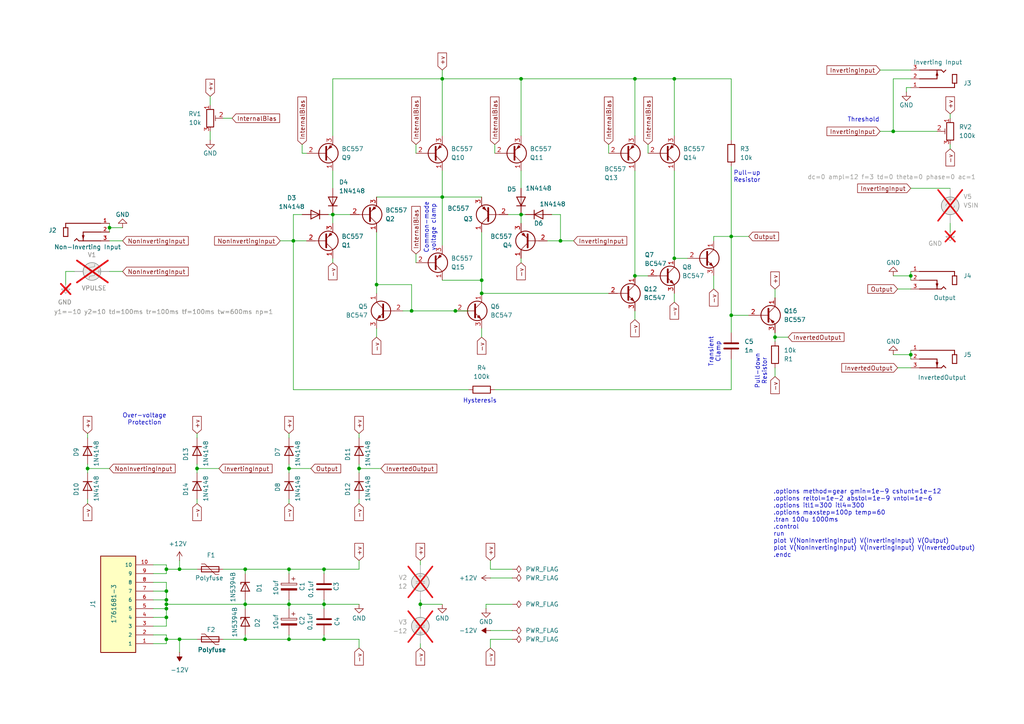
<source format=kicad_sch>
(kicad_sch (version 20250114) (generator "eeschema") (generator_version "9.0")
  (paper "A4")
  (title_block (title "Discrete Comparator") (date "2026-02-25") (rev "0.1"))
  (text "Transient\nClamp" (at 207.264 102.108 90) (effects (font (size 1.27 1.27))))
  (text "Over-voltage\nProtection" (at 41.91 121.666 0) (effects (font (size 1.27 1.27))))
  (text ".options method=gear gmin=1e-9 cshunt=1e-12 \n.options reltol=1e-2 abstol=1e-9 vntol=1e-6 \n.options itl1=300 itl4=300 \n.options maxstep=100p temp=60\n.tran 100u 1000ms\n.control\nrun\nplot V(NonInvertingInput) V(InvertingInput) V(Output) \nplot V(NonInvertingInput) V(InvertingInput) V(InvertedOutput) \n.endc" (at 224.282 151.892 0) (effects (font (size 1.27 1.27)) (justify left)))
  (text "Hysteresis" (at 139.192 116.332 0) (effects (font (size 1.27 1.27))))
  (text "Common-mode\nvoltage clamp" (at 124.714 66.04 90) (effects (font (size 1.27 1.27))))
  (text "Threshold" (at 250.444 34.798 0) (effects (font (size 1.27 1.27))))
  (text "Pull-up\nResistor" (at 216.662 51.308 0) (effects (font (size 1.27 1.27))))
  (text "Pull-down\nResistor" (at 220.726 107.696 90) (effects (font (size 1.27 1.27))))
  (junction (at 71.12 185.42))
  (junction (at 48.26 185.42))
  (junction (at 139.7 85.09))
  (junction (at 48.26 173.99))
  (junction (at 109.22 82.55))
  (junction (at 212.09 68.58))
  (junction (at 31.75 66.04))
  (junction (at 83.82 185.42))
  (junction (at 93.98 185.42))
  (junction (at 48.26 165.1))
  (junction (at 25.4 135.89))
  (junction (at 224.79 97.79))
  (junction (at 259.08 38.1))
  (junction (at 184.15 22.86))
  (junction (at 83.82 175.26))
  (junction (at 121.92 175.26))
  (junction (at 52.07 185.42))
  (junction (at 264.16 102.87))
  (junction (at 162.56 69.85))
  (junction (at 48.26 171.45))
  (junction (at 104.14 135.89))
  (junction (at 96.52 62.23))
  (junction (at 212.09 91.44))
  (junction (at 83.82 135.89))
  (junction (at 93.98 165.1))
  (junction (at 71.12 175.26))
  (junction (at 83.82 165.1))
  (junction (at 195.58 74.93))
  (junction (at 264.16 80.01))
  (junction (at 93.98 175.26))
  (junction (at 52.07 165.1))
  (junction (at 128.27 22.86))
  (junction (at 48.26 176.53))
  (junction (at 48.26 175.26))
  (junction (at 85.09 69.85))
  (junction (at 128.27 57.15))
  (junction (at 184.15 80.01))
  (junction (at 57.15 135.89))
  (junction (at 151.13 62.23))
  (junction (at 195.58 22.86))
  (junction (at 71.12 165.1))
  (junction (at 151.13 22.86))
  (junction (at 139.7 81.28))
  (junction (at 119.38 90.17))
  (junction (at 48.26 179.07))
  (junction (at 132.08 90.17))
  (wire (pts (xy 162.56 62.23) (xy 162.56 69.85)))
  (wire (pts (xy 139.7 85.09) (xy 176.53 85.09)))
  (wire (pts (xy 104.14 125.73) (xy 104.14 127)))
  (wire (pts (xy 25.4 144.78) (xy 25.4 146.05)))
  (wire (pts (xy 104.14 185.42) (xy 104.14 187.96)))
  (wire (pts (xy 151.13 22.86) (xy 184.15 22.86)))
  (wire (pts (xy 262.89 25.4) (xy 264.16 25.4)))
  (wire (pts (xy 85.09 62.23) (xy 87.63 62.23)))
  (wire (pts (xy 158.75 69.85) (xy 162.56 69.85)))
  (wire (pts (xy 151.13 62.23) (xy 152.4 62.23)))
  (wire (pts (xy 93.98 175.26) (xy 104.14 175.26)))
  (wire (pts (xy 264.16 54.61) (xy 275.59 54.61)))
  (wire (pts (xy 57.15 125.73) (xy 57.15 127)))
  (wire (pts (xy 57.15 135.89) (xy 57.15 137.16)))
  (wire (pts (xy 48.26 168.91) (xy 48.26 171.45)))
  (wire (pts (xy 142.24 185.42) (xy 142.24 187.96)))
  (wire (pts (xy 48.26 165.1) (xy 48.26 166.37)))
  (wire (pts (xy 109.22 67.31) (xy 109.22 82.55)))
  (wire (pts (xy 109.22 57.15) (xy 128.27 57.15)))
  (wire (pts (xy 83.82 173.99) (xy 83.82 175.26)))
  (wire (pts (xy 212.09 48.26) (xy 212.09 68.58)))
  (wire (pts (xy 184.15 49.53) (xy 184.15 80.01)))
  (wire (pts (xy 187.96 41.91) (xy 187.96 44.45)))
  (wire (pts (xy 104.14 144.78) (xy 104.14 146.05)))
  (wire (pts (xy 83.82 175.26) (xy 93.98 175.26)))
  (wire (pts (xy 85.09 62.23) (xy 85.09 69.85)))
  (wire (pts (xy 128.27 175.26) (xy 121.92 175.26)))
  (wire (pts (xy 151.13 74.93) (xy 151.13 76.2)))
  (wire (pts (xy 83.82 144.78) (xy 83.82 146.05)))
  (wire (pts (xy 83.82 185.42) (xy 93.98 185.42)))
  (wire (pts (xy 48.26 175.26) (xy 48.26 176.53)))
  (wire (pts (xy 147.32 62.23) (xy 151.13 62.23)))
  (wire (pts (xy 57.15 135.89) (xy 63.5 135.89)))
  (wire (pts (xy 93.98 184.15) (xy 93.98 185.42)))
  (wire (pts (xy 207.01 68.58) (xy 212.09 68.58)))
  (wire (pts (xy 57.15 185.42) (xy 52.07 185.42)))
  (wire (pts (xy 44.45 168.91) (xy 48.26 168.91)))
  (wire (pts (xy 87.63 41.91) (xy 87.63 44.45)))
  (wire (pts (xy 212.09 68.58) (xy 212.09 91.44)))
  (wire (pts (xy 128.27 20.32) (xy 128.27 22.86)))
  (wire (pts (xy 71.12 185.42) (xy 64.77 185.42)))
  (wire (pts (xy 44.45 163.83) (xy 48.26 163.83)))
  (wire (pts (xy 140.97 175.26) (xy 148.59 175.26)))
  (wire (pts (xy 260.35 83.82) (xy 264.16 83.82)))
  (wire (pts (xy 275.59 64.77) (xy 275.59 67.31)))
  (wire (pts (xy 96.52 74.93) (xy 96.52 76.2)))
  (wire (pts (xy 151.13 22.86) (xy 151.13 39.37)))
  (wire (pts (xy 116.84 90.17) (xy 119.38 90.17)))
  (wire (pts (xy 262.89 26.67) (xy 262.89 25.4)))
  (wire (pts (xy 259.08 38.1) (xy 271.78 38.1)))
  (wire (pts (xy 48.26 179.07) (xy 44.45 179.07)))
  (wire (pts (xy 83.82 135.89) (xy 83.82 137.16)))
  (wire (pts (xy 142.24 162.56) (xy 142.24 165.1)))
  (wire (pts (xy 52.07 185.42) (xy 52.07 189.23)))
  (wire (pts (xy 212.09 68.58) (xy 217.17 68.58)))
  (wire (pts (xy 139.7 81.28) (xy 139.7 85.09)))
  (wire (pts (xy 195.58 49.53) (xy 195.58 74.93)))
  (wire (pts (xy 212.09 91.44) (xy 217.17 91.44)))
  (wire (pts (xy 121.92 186.69) (xy 121.92 187.96)))
  (wire (pts (xy 128.27 81.28) (xy 139.7 81.28)))
  (wire (pts (xy 71.12 175.26) (xy 71.12 176.53)))
  (wire (pts (xy 224.79 97.79) (xy 228.6 97.79)))
  (wire (pts (xy 57.15 134.62) (xy 57.15 135.89)))
  (wire (pts (xy 128.27 22.86) (xy 151.13 22.86)))
  (wire (pts (xy 259.08 102.87) (xy 264.16 102.87)))
  (wire (pts (xy 57.15 144.78) (xy 57.15 146.05)))
  (wire (pts (xy 259.08 22.86) (xy 264.16 22.86)))
  (wire (pts (xy 48.26 186.69) (xy 44.45 186.69)))
  (wire (pts (xy 119.38 90.17) (xy 119.38 82.55)))
  (wire (pts (xy 212.09 91.44) (xy 212.09 96.52)))
  (wire (pts (xy 48.26 166.37) (xy 44.45 166.37)))
  (wire (pts (xy 264.16 78.74) (xy 264.16 80.01)))
  (wire (pts (xy 93.98 175.26) (xy 93.98 176.53)))
  (wire (pts (xy 95.25 62.23) (xy 96.52 62.23)))
  (wire (pts (xy 25.4 134.62) (xy 25.4 135.89)))
  (wire (pts (xy 142.24 167.64) (xy 148.59 167.64)))
  (wire (pts (xy 48.26 171.45) (xy 48.26 173.99)))
  (wire (pts (xy 119.38 90.17) (xy 132.08 90.17)))
  (wire (pts (xy 264.16 80.01) (xy 264.16 81.28)))
  (wire (pts (xy 255.27 20.32) (xy 264.16 20.32)))
  (wire (pts (xy 83.82 165.1) (xy 71.12 165.1)))
  (wire (pts (xy 259.08 22.86) (xy 259.08 38.1)))
  (wire (pts (xy 83.82 185.42) (xy 71.12 185.42)))
  (wire (pts (xy 162.56 69.85) (xy 166.37 69.85)))
  (wire (pts (xy 104.14 135.89) (xy 104.14 137.16)))
  (wire (pts (xy 48.26 173.99) (xy 48.26 175.26)))
  (wire (pts (xy 52.07 165.1) (xy 48.26 165.1)))
  (wire (pts (xy 31.75 78.74) (xy 35.56 78.74)))
  (wire (pts (xy 132.08 90.17) (xy 135.89 90.17)))
  (wire (pts (xy 96.52 22.86) (xy 96.52 39.37)))
  (wire (pts (xy 25.4 135.89) (xy 31.75 135.89)))
  (wire (pts (xy 207.01 80.01) (xy 207.01 83.82)))
  (wire (pts (xy 143.51 41.91) (xy 143.51 44.45)))
  (wire (pts (xy 71.12 184.15) (xy 71.12 185.42)))
  (wire (pts (xy 128.27 57.15) (xy 139.7 57.15)))
  (wire (pts (xy 264.16 101.6) (xy 264.16 102.87)))
  (wire (pts (xy 31.75 69.85) (xy 35.56 69.85)))
  (wire (pts (xy 121.92 162.56) (xy 121.92 163.83)))
  (wire (pts (xy 48.26 181.61) (xy 44.45 181.61)))
  (wire (pts (xy 264.16 102.87) (xy 264.16 104.14)))
  (wire (pts (xy 135.89 113.03) (xy 85.09 113.03)))
  (wire (pts (xy 151.13 49.53) (xy 151.13 54.61)))
  (wire (pts (xy 151.13 62.23) (xy 151.13 64.77)))
  (wire (pts (xy 142.24 185.42) (xy 148.59 185.42)))
  (wire (pts (xy 48.26 185.42) (xy 48.26 186.69)))
  (wire (pts (xy 52.07 162.56) (xy 52.07 165.1)))
  (wire (pts (xy 83.82 175.26) (xy 71.12 175.26)))
  (wire (pts (xy 104.14 135.89) (xy 110.49 135.89)))
  (wire (pts (xy 104.14 134.62) (xy 104.14 135.89)))
  (wire (pts (xy 85.09 113.03) (xy 85.09 69.85)))
  (wire (pts (xy 275.59 41.91) (xy 275.59 43.18)))
  (wire (pts (xy 184.15 90.17) (xy 184.15 92.71)))
  (wire (pts (xy 160.02 62.23) (xy 162.56 62.23)))
  (wire (pts (xy 83.82 184.15) (xy 83.82 185.42)))
  (wire (pts (xy 120.65 41.91) (xy 120.65 44.45)))
  (wire (pts (xy 87.63 44.45) (xy 88.9 44.45)))
  (wire (pts (xy 259.08 80.01) (xy 264.16 80.01)))
  (wire (pts (xy 85.09 69.85) (xy 88.9 69.85)))
  (wire (pts (xy 224.79 83.82) (xy 224.79 86.36)))
  (wire (pts (xy 121.92 175.26) (xy 121.92 176.53)))
  (wire (pts (xy 224.79 97.79) (xy 224.79 99.06)))
  (wire (pts (xy 184.15 22.86) (xy 195.58 22.86)))
  (wire (pts (xy 140.97 176.53) (xy 140.97 175.26)))
  (wire (pts (xy 224.79 106.68) (xy 224.79 109.22)))
  (wire (pts (xy 96.52 49.53) (xy 96.52 54.61)))
  (wire (pts (xy 48.26 176.53) (xy 44.45 176.53)))
  (wire (pts (xy 184.15 80.01) (xy 187.96 80.01)))
  (wire (pts (xy 25.4 125.73) (xy 25.4 127)))
  (wire (pts (xy 96.52 62.23) (xy 101.6 62.23)))
  (wire (pts (xy 96.52 62.23) (xy 96.52 64.77)))
  (wire (pts (xy 176.53 41.91) (xy 176.53 44.45)))
  (wire (pts (xy 83.82 135.89) (xy 90.17 135.89)))
  (wire (pts (xy 195.58 85.09) (xy 195.58 87.63)))
  (wire (pts (xy 48.26 184.15) (xy 48.26 185.42)))
  (wire (pts (xy 139.7 95.25) (xy 139.7 97.79)))
  (wire (pts (xy 93.98 165.1) (xy 104.14 165.1)))
  (wire (pts (xy 48.26 176.53) (xy 48.26 179.07)))
  (wire (pts (xy 71.12 165.1) (xy 71.12 166.37)))
  (wire (pts (xy 96.52 22.86) (xy 128.27 22.86)))
  (wire (pts (xy 71.12 175.26) (xy 48.26 175.26)))
  (wire (pts (xy 25.4 135.89) (xy 25.4 137.16)))
  (wire (pts (xy 83.82 165.1) (xy 93.98 165.1)))
  (wire (pts (xy 83.82 125.73) (xy 83.82 127)))
  (wire (pts (xy 48.26 179.07) (xy 48.26 181.61)))
  (wire (pts (xy 109.22 95.25) (xy 109.22 97.79)))
  (wire (pts (xy 255.27 38.1) (xy 259.08 38.1)))
  (wire (pts (xy 83.82 165.1) (xy 83.82 166.37)))
  (wire (pts (xy 19.05 78.74) (xy 19.05 82.55)))
  (wire (pts (xy 128.27 22.86) (xy 128.27 39.37)))
  (wire (pts (xy 44.45 184.15) (xy 48.26 184.15)))
  (wire (pts (xy 48.26 173.99) (xy 44.45 173.99)))
  (wire (pts (xy 275.59 33.02) (xy 275.59 34.29)))
  (wire (pts (xy 19.05 78.74) (xy 21.59 78.74)))
  (wire (pts (xy 71.12 173.99) (xy 71.12 175.26)))
  (wire (pts (xy 83.82 134.62) (xy 83.82 135.89)))
  (wire (pts (xy 93.98 165.1) (xy 93.98 166.37)))
  (wire (pts (xy 128.27 57.15) (xy 128.27 71.12)))
  (wire (pts (xy 57.15 165.1) (xy 52.07 165.1)))
  (wire (pts (xy 119.38 82.55) (xy 109.22 82.55)))
  (wire (pts (xy 93.98 185.42) (xy 104.14 185.42)))
  (wire (pts (xy 224.79 96.52) (xy 224.79 97.79)))
  (wire (pts (xy 195.58 22.86) (xy 195.58 39.37)))
  (wire (pts (xy 142.24 182.88) (xy 148.59 182.88)))
  (wire (pts (xy 104.14 162.56) (xy 104.14 165.1)))
  (wire (pts (xy 195.58 74.93) (xy 199.39 74.93)))
  (wire (pts (xy 71.12 165.1) (xy 64.77 165.1)))
  (wire (pts (xy 52.07 185.42) (xy 48.26 185.42)))
  (wire (pts (xy 31.75 64.77) (xy 31.75 66.04)))
  (wire (pts (xy 120.65 73.66) (xy 120.65 76.2)))
  (wire (pts (xy 31.75 66.04) (xy 31.75 67.31)))
  (wire (pts (xy 128.27 49.53) (xy 128.27 57.15)))
  (wire (pts (xy 60.96 27.94) (xy 60.96 30.48)))
  (wire (pts (xy 31.75 66.04) (xy 35.56 66.04)))
  (wire (pts (xy 207.01 68.58) (xy 207.01 69.85)))
  (wire (pts (xy 212.09 113.03) (xy 143.51 113.03)))
  (wire (pts (xy 93.98 173.99) (xy 93.98 175.26)))
  (wire (pts (xy 60.96 38.1) (xy 60.96 40.64)))
  (wire (pts (xy 184.15 22.86) (xy 184.15 39.37)))
  (wire (pts (xy 142.24 165.1) (xy 148.59 165.1)))
  (wire (pts (xy 83.82 175.26) (xy 83.82 176.53)))
  (wire (pts (xy 121.92 173.99) (xy 121.92 175.26)))
  (wire (pts (xy 48.26 163.83) (xy 48.26 165.1)))
  (wire (pts (xy 139.7 67.31) (xy 139.7 81.28)))
  (wire (pts (xy 212.09 104.14) (xy 212.09 113.03)))
  (wire (pts (xy 212.09 22.86) (xy 212.09 40.64)))
  (wire (pts (xy 260.35 106.68) (xy 264.16 106.68)))
  (wire (pts (xy 81.28 69.85) (xy 85.09 69.85)))
  (wire (pts (xy 109.22 82.55) (xy 109.22 85.09)))
  (wire (pts (xy 64.77 34.29) (xy 67.31 34.29)))
  (wire (pts (xy 48.26 171.45) (xy 44.45 171.45)))
  (wire (pts (xy 195.58 22.86) (xy 212.09 22.86)))
  (global_label "+v" (shape input) (at 60.96 27.94 90) (property "Intersheetrefs" "${INTERSHEET_REFS}" (effects (hide yes))))
  (global_label "-v" (shape input) (at 195.58 87.63 270) (property "Intersheetrefs" "${INTERSHEET_REFS}" (effects (hide yes))))
  (global_label "InternalBias" (shape input) (at 187.96 41.91 90) (property "Intersheetrefs" "${INTERSHEET_REFS}" (effects (hide yes))))
  (global_label "Output" (shape input) (at 260.35 83.82 180) (property "Intersheetrefs" "${INTERSHEET_REFS}" (effects (hide yes))))
  (global_label "InvertedOutput" (shape input) (at 228.6 97.79 0) (property "Intersheetrefs" "${INTERSHEET_REFS}" (effects (hide yes))))
  (global_label "InternalBias" (shape input) (at 120.65 41.91 90) (property "Intersheetrefs" "${INTERSHEET_REFS}" (effects (hide yes))))
  (global_label "NonInvertingInput" (shape input) (at 81.28 69.85 180) (property "Intersheetrefs" "${INTERSHEET_REFS}" (effects (hide yes))))
  (global_label "+v" (shape input) (at 128.27 20.32 90) (property "Intersheetrefs" "${INTERSHEET_REFS}" (effects (hide yes))))
  (global_label "InternalBias" (shape input) (at 67.31 34.29 0) (property "Intersheetrefs" "${INTERSHEET_REFS}" (effects (hide yes))))
  (global_label "InvertingInput" (shape input) (at 63.5 135.89 0) (property "Intersheetrefs" "${INTERSHEET_REFS}" (effects (hide yes))))
  (global_label "-v" (shape input) (at 109.22 97.79 270) (property "Intersheetrefs" "${INTERSHEET_REFS}" (effects (hide yes))))
  (global_label "+v" (shape input) (at 104.14 125.73 90) (property "Intersheetrefs" "${INTERSHEET_REFS}" (effects (hide yes))))
  (global_label "+v" (shape input) (at 83.82 125.73 90) (property "Intersheetrefs" "${INTERSHEET_REFS}" (effects (hide yes))))
  (global_label "InvertingInput" (shape input) (at 166.37 69.85 0) (property "Intersheetrefs" "${INTERSHEET_REFS}" (effects (hide yes))))
  (global_label "+v" (shape input) (at 25.4 125.73 90) (property "Intersheetrefs" "${INTERSHEET_REFS}" (effects (hide yes))))
  (global_label "-v" (shape input) (at 224.79 109.22 270) (property "Intersheetrefs" "${INTERSHEET_REFS}" (effects (hide yes))))
  (global_label "-v" (shape input) (at 57.15 146.05 270) (property "Intersheetrefs" "${INTERSHEET_REFS}" (effects (hide yes))))
  (global_label "InvertingInput" (shape input) (at 264.16 54.61 180) (property "Intersheetrefs" "${INTERSHEET_REFS}" (effects (hide yes))))
  (global_label "InvertingInput" (shape input) (at 255.27 38.1 180) (property "Intersheetrefs" "${INTERSHEET_REFS}" (effects (hide yes))))
  (global_label "-v" (shape input) (at 121.92 187.96 270) (property "Intersheetrefs" "${INTERSHEET_REFS}" (effects (hide yes))))
  (global_label "-v" (shape input) (at 104.14 146.05 270) (property "Intersheetrefs" "${INTERSHEET_REFS}" (effects (hide yes))))
  (global_label "-v" (shape input) (at 275.59 43.18 270) (property "Intersheetrefs" "${INTERSHEET_REFS}" (effects (hide yes))))
  (global_label "InternalBias" (shape input) (at 120.65 73.66 90) (property "Intersheetrefs" "${INTERSHEET_REFS}" (effects (hide yes))))
  (global_label "-v" (shape input) (at 184.15 92.71 270) (property "Intersheetrefs" "${INTERSHEET_REFS}" (effects (hide yes))))
  (global_label "-v" (shape input) (at 142.24 187.96 270) (property "Intersheetrefs" "${INTERSHEET_REFS}" (effects (hide yes))))
  (global_label "Output" (shape input) (at 217.17 68.58 0) (property "Intersheetrefs" "${INTERSHEET_REFS}" (effects (hide yes))))
  (global_label "+v" (shape input) (at 57.15 125.73 90) (property "Intersheetrefs" "${INTERSHEET_REFS}" (effects (hide yes))))
  (global_label "-v" (shape input) (at 207.01 83.82 270) (property "Intersheetrefs" "${INTERSHEET_REFS}" (effects (hide yes))))
  (global_label "+v" (shape input) (at 104.14 162.56 90) (property "Intersheetrefs" "${INTERSHEET_REFS}" (effects (hide yes))))
  (global_label "+v" (shape input) (at 142.24 162.56 90) (property "Intersheetrefs" "${INTERSHEET_REFS}" (effects (hide yes))))
  (global_label "-v" (shape input) (at 25.4 146.05 270) (property "Intersheetrefs" "${INTERSHEET_REFS}" (effects (hide yes))))
  (global_label "-v" (shape input) (at 104.14 187.96 270) (property "Intersheetrefs" "${INTERSHEET_REFS}" (effects (hide yes))))
  (global_label "InternalBias" (shape input) (at 143.51 41.91 90) (property "Intersheetrefs" "${INTERSHEET_REFS}" (effects (hide yes))))
  (global_label "Output" (shape input) (at 90.17 135.89 0) (property "Intersheetrefs" "${INTERSHEET_REFS}" (effects (hide yes))))
  (global_label "InvertingInput" (shape input) (at 255.27 20.32 180) (property "Intersheetrefs" "${INTERSHEET_REFS}" (effects (hide yes))))
  (global_label "-v" (shape input) (at 151.13 76.2 270) (property "Intersheetrefs" "${INTERSHEET_REFS}" (effects (hide yes))))
  (global_label "InvertedOutput" (shape input) (at 110.49 135.89 0) (property "Intersheetrefs" "${INTERSHEET_REFS}" (effects (hide yes))))
  (global_label "InternalBias" (shape input) (at 176.53 41.91 90) (property "Intersheetrefs" "${INTERSHEET_REFS}" (effects (hide yes))))
  (global_label "NonInvertingInput" (shape input) (at 35.56 78.74 0) (property "Intersheetrefs" "${INTERSHEET_REFS}" (effects (hide yes))))
  (global_label "+v" (shape input) (at 121.92 162.56 90) (property "Intersheetrefs" "${INTERSHEET_REFS}" (effects (hide yes))))
  (global_label "+v" (shape input) (at 224.79 83.82 90) (property "Intersheetrefs" "${INTERSHEET_REFS}" (effects (hide yes))))
  (global_label "+v" (shape input) (at 275.59 33.02 90) (property "Intersheetrefs" "${INTERSHEET_REFS}" (effects (hide yes))))
  (global_label "NonInvertingInput" (shape input) (at 35.56 69.85 0) (property "Intersheetrefs" "${INTERSHEET_REFS}" (effects (hide yes))))
  (global_label "NonInvertingInput" (shape input) (at 31.75 135.89 0) (property "Intersheetrefs" "${INTERSHEET_REFS}" (effects (hide yes))))
  (global_label "InternalBias" (shape input) (at 87.63 41.91 90) (property "Intersheetrefs" "${INTERSHEET_REFS}" (effects (hide yes))))
  (global_label "-v" (shape input) (at 139.7 97.79 270) (property "Intersheetrefs" "${INTERSHEET_REFS}" (effects (hide yes))))
  (global_label "-v" (shape input) (at 83.82 146.05 270) (property "Intersheetrefs" "${INTERSHEET_REFS}" (effects (hide yes))))
  (global_label "InvertedOutput" (shape input) (at 260.35 106.68 180) (property "Intersheetrefs" "${INTERSHEET_REFS}" (effects (hide yes))))
  (global_label "-v" (shape input) (at 96.52 76.2 270) (property "Intersheetrefs" "${INTERSHEET_REFS}" (effects (hide yes))))
  (symbol (lib_id "Device:R") (at 224.79 102.87 180) (unit 1)
    (property "Reference" "R1" (at 227.33 104.1401 0) (effects (justify right)))
    (property "Value" "10k" (at 227.33 101.6001 0) (effects (justify right)))
    (property "Footprint" "Resistor_THT:R_Axial_DIN0309_L9.0mm_D3.2mm_P2.54mm_Vertical" (effects (hide yes)))
    (property "Description" "Resistor" (effects (hide yes)))
  )
  (symbol (lib_id "power:PWR_FLAG") (at 148.59 167.64 270) (unit 1)
    (property "Reference" "#FLG02" (effects (hide yes)))
    (property "Value" "PWR_FLAG" (at 152.4 167.6399 90) (effects (justify left)))
    (property "Description" "Special symbol for telling ERC where power comes from" (effects (hide yes)))
  )
  (symbol (lib_id "Device:C") (at 93.98 170.18 0) (mirror y) (unit 1)
    (property "Reference" "C3" (at 97.536 171.45 90) (effects (justify left)))
    (property "Value" "0.1uf" (at 90.17 173.482 90) (effects (justify left)))
    (property "Footprint" "Capacitor_THT:C_Disc_D5.0mm_W2.5mm_P2.50mm" (effects (hide yes)))
    (property "Description" "Unpolarized capacitor" (effects (hide yes)))
  )
  (symbol (lib_id "Device:C_Polarized") (at 83.82 180.34 0) (mirror y) (unit 1)
    (property "Reference" "C2" (at 87.63 181.356 90) (effects (justify left)))
    (property "Value" "10uf" (at 80.01 182.626 90) (effects (justify left)))
    (property "Footprint" "Capacitor_THT:CP_Radial_D10.0mm_P2.50mm" (effects (hide yes)))
    (property "Description" "Polarized capacitor" (effects (hide yes)))
  )
  (symbol (lib_id "Device:D") (at 104.14 140.97 90) (mirror x) (unit 1)
    (property "Reference" "D12" (at 100.838 139.954 0) (effects (justify left)))
    (property "Value" "1N4148" (at 106.68 137.922 0) (effects (justify left)))
    (property "Description" "Diode" (effects (hide yes)))
    (property "Sim.Device" "D" (effects (hide yes)))
    (property "Sim.Pins" "1=K 2=A" (effects (hide yes)))
    (property "Sim.Library" "models/1N4148.lib" (effects (hide yes)))
    (property "Sim.Name" "D1N4148" (effects (hide yes)))
  )
  (symbol (lib_id "power:GND") (at 275.59 67.31 0) (mirror y) (unit 1) (on_board no) (dnp yes)
    (property "Reference" "#PWR07" (effects (hide yes)))
    (property "Value" "GND" (at 273.304 70.612 0) (effects (justify left)))
    (property "Description" "Power symbol creates a global label with name \"GND\" , ground" (effects (hide yes)))
  )
  (symbol (lib_id "Diode:1N53xxB") (at 71.12 170.18 90) (mirror x) (unit 1) (exclude_from_sim yes)
    (property "Reference" "D1" (at 75.184 169.164 0) (effects (justify left)))
    (property "Value" "1N5394B" (at 67.564 165.862 0) (effects (justify left)))
    (property "Footprint" "Diode_THT:D_DO-201_P15.24mm_Horizontal" (effects (hide yes)))
    (property "Datasheet" "https://diotec.com/tl_files/diotec/files/pdf/datasheets/1n5345b.pdf" (effects (hide yes)))
    (property "Description" "5000mW Zener Diode, DO-201" (effects (hide yes)))
    (property "Sim.Library" "models/1N5818.spice" (effects (hide yes)))
    (property "Sim.Name" "DI_1N5818" (effects (hide yes)))
  )
  (symbol (lib_id "Simulation_SPICE:VPULSE") (at 26.67 78.74 270) (mirror x) (unit 1) (in_bom no) (on_board no) (dnp yes)
    (property "Reference" "V1" (at 25.4 73.914 90) (effects (justify left)))
    (property "Value" "VPULSE" (at 23.622 83.566 90) (effects (justify left)))
    (property "Datasheet" "https://ngspice.sourceforge.io/docs/ngspice-html-manual/manual.xhtml#sec_Independent_Sources_for" (effects (hide yes)))
    (property "Description" "Voltage source, pulse" (effects (hide yes)))
    (property "Sim.Pins" "1=+ 2=-" (effects (hide yes)))
    (property "Sim.Type" "PULSE" (effects (hide yes)))
    (property "Sim.Device" "V" (effects (hide yes)))
    (property "Sim.Params" "y1=-10 y2=10 td=100ms tr=100ms tf=100ms tw=600ms np=1" (at 79.248 90.424 90) (effects (justify right)))
  )
  (symbol (lib_id "Device:D") (at 57.15 130.81 90) (mirror x) (unit 1)
    (property "Reference" "D13" (at 53.848 129.794 0) (effects (justify left)))
    (property "Value" "1N4148" (at 59.69 127.762 0) (effects (justify left)))
    (property "Description" "Diode" (effects (hide yes)))
    (property "Sim.Device" "D" (effects (hide yes)))
    (property "Sim.Pins" "1=K 2=A" (effects (hide yes)))
    (property "Sim.Library" "models/1N4148.lib" (effects (hide yes)))
    (property "Sim.Name" "D1N4148" (effects (hide yes)))
  )
  (symbol (lib_id "Device:Polyfuse") (at 60.96 185.42 270) (mirror x) (unit 1) (exclude_from_sim yes)
    (property "Reference" "F2" (at 61.214 182.626 90))
    (property "Value" "Polyfuse" (at 61.468 188.468 90) (effects (font (thickness 0.254) (bold yes))))
    (property "Footprint" "72R020XU:FUSRB510W81L1358T310H1980" (effects (hide yes)))
    (property "Description" "Resettable fuse, polymeric positive temperature coefficient" (effects (hide yes)))
    (property "Sim.Library" "models/polyfuse.lib" (effects (hide yes)))
    (property "Sim.Name" "polyfuse" (effects (hide yes)))
    (property "Sim.Device" "SUBCKT" (effects (hide yes)))
    (property "Sim.Pins" "1=1 2=2" (effects (hide yes)))
  )
  (symbol (lib_id "Device:C_Polarized") (at 83.82 170.18 0) (mirror y) (unit 1)
    (property "Reference" "C1" (at 87.63 171.45 90) (effects (justify left)))
    (property "Value" "10uf" (at 80.01 172.72 90) (effects (justify left)))
    (property "Footprint" "Capacitor_THT:CP_Radial_D10.0mm_P2.50mm" (effects (hide yes)))
    (property "Description" "Polarized capacitor" (effects (hide yes)))
  )
  (symbol (lib_id "Transistor_BJT:BC547") (at 193.04 80.01 0) (unit 1)
    (property "Reference" "Q7" (at 186.944 73.914 0) (effects (justify left)))
    (property "Value" "BC547" (at 186.944 76.454 0) (effects (justify left)))
    (property "Footprint" "Package_TO_SOT_THT:TO-92_Inline" (effects (hide yes)))
    (property "Datasheet" "https://www.onsemi.com/pub/Collateral/BC550-D.pdf" (effects (hide yes)))
    (property "Description" "0.1A Ic, 45V Vce, Small Signal NPN Transistor, TO-92" (effects (hide yes)))
    (property "Sim.Library" "models/BC547.lib" (effects (hide yes)))
    (property "Sim.Name" "BC547" (effects (hide yes)))
    (property "Sim.Device" "NPN" (effects (hide yes)))
    (property "Sim.Type" "GUMMELPOON" (effects (hide yes)))
    (property "Sim.Pins" "1=C 2=B 3=E" (effects (hide yes)))
  )
  (symbol (lib_id "PJ398SM-12:PJ398SM-12") (at 271.78 78.74 0) (mirror y) (unit 1) (exclude_from_sim yes)
    (property "Reference" "J4" (at 279.4 80.0099 0) (effects (justify right)))
    (property "Value" "Output" (at 270.764 86.36 0) (effects (justify right)))
    (property "Footprint" "THONK_PJ398SM-12" (effects (hide yes)))
    (property "MANUFACTURER" "Thonk" (effects (hide yes)))
    (property "PARTREV" "1" (effects (hide yes)))
    (property "MAXIMUM_PACKAGE_HEIGHT" "14.5 mm" (effects (hide yes)))
    (property "STANDARD" "Manufacturer Recommendations" (effects (hide yes)))
  )
  (symbol (lib_id "power:PWR_FLAG") (at 148.59 165.1 270) (unit 1)
    (property "Reference" "#FLG01" (effects (hide yes)))
    (property "Value" "PWR_FLAG" (at 152.4 165.0999 90) (effects (justify left)))
    (property "Description" "Special symbol for telling ERC where power comes from" (effects (hide yes)))
  )
  (symbol (lib_id "Transistor_BJT:BC557") (at 222.25 91.44 0) (unit 1)
    (property "Reference" "Q16" (at 227.33 90.1699 0) (effects (justify left)))
    (property "Value" "BC557" (at 227.33 92.7099 0) (effects (justify left)))
    (property "Footprint" "Package_TO_SOT_THT:TO-92_Inline" (effects (hide yes)))
    (property "Datasheet" "https://www.onsemi.com/pub/Collateral/BC556BTA-D.pdf" (effects (hide yes)))
    (property "Description" "0.1A Ic, 45V Vce, PNP Small Signal Transistor, TO-92" (effects (hide yes)))
    (property "Sim.Library" "models/BC557.lib" (effects (hide yes)))
    (property "Sim.Name" "BC557" (effects (hide yes)))
    (property "Sim.Device" "PNP" (effects (hide yes)))
    (property "Sim.Type" "GUMMELPOON" (effects (hide yes)))
    (property "Sim.Pins" "1=C 2=B 3=E" (effects (hide yes)))
  )
  (symbol (lib_id "Transistor_BJT:BC547") (at 111.76 90.17 0) (mirror y) (unit 1)
    (property "Reference" "Q5" (at 106.68 88.8999 0) (effects (justify left)))
    (property "Value" "BC547" (at 106.68 91.4399 0) (effects (justify left)))
    (property "Footprint" "Package_TO_SOT_THT:TO-92_Inline" (effects (hide yes)))
    (property "Datasheet" "https://www.onsemi.com/pub/Collateral/BC550-D.pdf" (effects (hide yes)))
    (property "Description" "0.1A Ic, 45V Vce, Small Signal NPN Transistor, TO-92" (effects (hide yes)))
    (property "Sim.Library" "models/BC547.lib" (effects (hide yes)))
    (property "Sim.Name" "BC547" (effects (hide yes)))
    (property "Sim.Device" "NPN" (effects (hide yes)))
    (property "Sim.Type" "GUMMELPOON" (effects (hide yes)))
    (property "Sim.Pins" "1=C 2=B 3=E" (effects (hide yes)))
  )
  (symbol (lib_id "Diode:1N4148") (at 96.52 58.42 90) (unit 1)
    (property "Reference" "D4" (at 98.298 52.832 90) (effects (justify right)))
    (property "Value" "1N4148" (at 98.298 55.372 90) (effects (justify right)))
    (property "Footprint" "Diode_THT:D_DO-35_SOD27_P7.62mm_Horizontal" (effects (hide yes)))
    (property "Datasheet" "https://assets.nexperia.com/documents/data-sheet/1N4148_1N4448.pdf" (effects (hide yes)))
    (property "Description" "100V 0.15A standard switching diode, DO-35" (effects (hide yes)))
    (property "Sim.Device" "D" (effects (hide yes)))
    (property "Sim.Pins" "1=K 2=A" (effects (hide yes)))
    (property "Sim.Library" "models/1N4148.lib" (effects (hide yes)))
    (property "Sim.Name" "1N4148" (effects (hide yes)))
  )
  (symbol (lib_id "Device:C") (at 93.98 180.34 0) (mirror y) (unit 1)
    (property "Reference" "C4" (at 97.79 181.61 90) (effects (justify left)))
    (property "Value" "0.1uf" (at 89.916 182.88 90) (effects (justify left)))
    (property "Footprint" "Capacitor_THT:C_Disc_D5.0mm_W2.5mm_P2.50mm" (effects (hide yes)))
    (property "Description" "Unpolarized capacitor" (effects (hide yes)))
  )
  (symbol (lib_id "power:GND") (at 104.14 175.26 0) (mirror y) (unit 1)
    (property "Reference" "#PWR08" (effects (hide yes)))
    (property "Value" "GND" (at 104.14 179.324 0))
    (property "Description" "Power symbol creates a global label with name \"GND\" , ground" (effects (hide yes)))
  )
  (symbol (lib_id "Transistor_BJT:BC557") (at 181.61 44.45 0) (mirror x) (unit 1)
    (property "Reference" "Q13" (at 175.26 51.562 0) (effects (justify left)))
    (property "Value" "BC557" (at 175.26 49.022 0) (effects (justify left)))
    (property "Footprint" "Package_TO_SOT_THT:TO-92_Inline" (effects (hide yes)))
    (property "Datasheet" "https://www.onsemi.com/pub/Collateral/BC556BTA-D.pdf" (effects (hide yes)))
    (property "Description" "0.1A Ic, 45V Vce, PNP Small Signal Transistor, TO-92" (effects (hide yes)))
    (property "Sim.Library" "models/BC557.lib" (effects (hide yes)))
    (property "Sim.Name" "BC557" (effects (hide yes)))
    (property "Sim.Device" "PNP" (effects (hide yes)))
    (property "Sim.Type" "GUMMELPOON" (effects (hide yes)))
    (property "Sim.Pins" "1=C 2=B 3=E" (effects (hide yes)))
  )
  (symbol (lib_id "power:GND") (at 140.97 176.53 0) (unit 1)
    (property "Reference" "#PWR012" (effects (hide yes)))
    (property "Value" "GND" (at 140.97 180.34 0))
    (property "Description" "Power symbol creates a global label with name \"GND\" , ground" (effects (hide yes)))
  )
  (symbol (lib_id "power:-12V") (at 142.24 182.88 90) (unit 1)
    (property "Reference" "#PWR014" (effects (hide yes)))
    (property "Value" "-12V" (at 138.43 182.8799 90) (effects (justify left)))
    (property "Description" "Power symbol creates a global label with name \"-12V\"" (effects (hide yes)))
  )
  (symbol (lib_id "Transistor_BJT:BC547") (at 181.61 85.09 0) (unit 1)
    (property "Reference" "Q12" (at 186.69 83.8199 0) (effects (justify left)))
    (property "Value" "BC547" (at 186.69 86.3599 0) (effects (justify left)))
    (property "Footprint" "Package_TO_SOT_THT:TO-92_Inline" (effects (hide yes)))
    (property "Datasheet" "https://www.onsemi.com/pub/Collateral/BC550-D.pdf" (effects (hide yes)))
    (property "Description" "0.1A Ic, 45V Vce, Small Signal NPN Transistor, TO-92" (effects (hide yes)))
    (property "Sim.Library" "models/BC547.lib" (effects (hide yes)))
    (property "Sim.Name" "BC547" (effects (hide yes)))
    (property "Sim.Device" "NPN" (effects (hide yes)))
    (property "Sim.Type" "GUMMELPOON" (effects (hide yes)))
    (property "Sim.Pins" "1=C 2=B 3=E" (effects (hide yes)))
  )
  (symbol (lib_id "Transistor_BJT:BC547") (at 137.16 90.17 0) (unit 1)
    (property "Reference" "Q6" (at 142.24 88.8999 0) (effects (justify left)))
    (property "Value" "BC547" (at 142.24 91.4399 0) (effects (justify left)))
    (property "Footprint" "Package_TO_SOT_THT:TO-92_Inline" (effects (hide yes)))
    (property "Datasheet" "https://www.onsemi.com/pub/Collateral/BC550-D.pdf" (effects (hide yes)))
    (property "Description" "0.1A Ic, 45V Vce, Small Signal NPN Transistor, TO-92" (effects (hide yes)))
    (property "Sim.Library" "models/BC547.lib" (effects (hide yes)))
    (property "Sim.Name" "BC547" (effects (hide yes)))
    (property "Sim.Device" "NPN" (effects (hide yes)))
    (property "Sim.Type" "GUMMELPOON" (effects (hide yes)))
    (property "Sim.Pins" "1=C 2=B 3=E" (effects (hide yes)))
  )
  (symbol (lib_id "Device:D") (at 25.4 130.81 90) (mirror x) (unit 1)
    (property "Reference" "D9" (at 22.098 129.794 0) (effects (justify left)))
    (property "Value" "1N4148" (at 27.94 127.762 0) (effects (justify left)))
    (property "Description" "Diode" (effects (hide yes)))
    (property "Sim.Device" "D" (effects (hide yes)))
    (property "Sim.Pins" "1=K 2=A" (effects (hide yes)))
    (property "Sim.Library" "models/1N4148.lib" (effects (hide yes)))
    (property "Sim.Name" "D1N4148" (effects (hide yes)))
  )
  (symbol (lib_id "power:GND") (at 19.05 82.55 0) (mirror y) (unit 1) (on_board no) (dnp yes)
    (property "Reference" "#PWR02" (effects (hide yes)))
    (property "Value" "GND" (at 20.828 87.63 0) (effects (justify left)))
    (property "Description" "Power symbol creates a global label with name \"GND\" , ground" (effects (hide yes)))
  )
  (symbol (lib_id "Transistor_BJT:BC557") (at 153.67 69.85 180) (unit 1)
    (property "Reference" "Q4" (at 148.59 71.1201 0) (effects (justify left)))
    (property "Value" "BC557" (at 148.59 68.5801 0) (effects (justify left)))
    (property "Footprint" "Package_TO_SOT_THT:TO-92_Inline" (effects (hide yes)))
    (property "Datasheet" "https://www.onsemi.com/pub/Collateral/BC556BTA-D.pdf" (effects (hide yes)))
    (property "Description" "0.1A Ic, 45V Vce, PNP Small Signal Transistor, TO-92" (effects (hide yes)))
    (property "Sim.Library" "models/BC557.lib" (effects (hide yes)))
    (property "Sim.Name" "BC557" (effects (hide yes)))
    (property "Sim.Device" "PNP" (effects (hide yes)))
    (property "Sim.Type" "GUMMELPOON" (effects (hide yes)))
    (property "Sim.Pins" "1=C 2=B 3=E" (effects (hide yes)))
  )
  (symbol (lib_id "Simulation_SPICE:VDC") (at 121.92 168.91 0) (mirror y) (unit 1) (in_bom no) (on_board no) (dnp yes)
    (property "Reference" "V2" (at 118.11 167.5101 0) (effects (justify left)))
    (property "Value" "12" (at 118.11 170.0501 0) (effects (justify left)))
    (property "Datasheet" "https://ngspice.sourceforge.io/docs/ngspice-html-manual/manual.xhtml#sec_Independent_Sources_for" (effects (hide yes)))
    (property "Description" "Voltage source, DC" (effects (hide yes)))
    (property "Sim.Pins" "1=+ 2=-" (effects (hide yes)))
    (property "Sim.Type" "DC" (effects (hide yes)))
    (property "Sim.Device" "V" (effects (hide yes)))
  )
  (symbol (lib_id "power:+12V") (at 142.24 167.64 90) (unit 1)
    (property "Reference" "#PWR013" (effects (hide yes)))
    (property "Value" "+12V" (at 138.43 167.6399 90) (effects (justify left)))
    (property "Description" "Power symbol creates a global label with name \"+12V\"" (effects (hide yes)))
  )
  (symbol (lib_id "power:GND") (at 262.89 26.67 0) (unit 1)
    (property "Reference" "#PWR01" (effects (hide yes)))
    (property "Value" "GND" (at 262.89 30.48 0))
    (property "Description" "Power symbol creates a global label with name \"GND\" , ground" (effects (hide yes)))
  )
  (symbol (lib_id "Transistor_BJT:BC557") (at 125.73 44.45 0) (mirror x) (unit 1)
    (property "Reference" "Q10" (at 130.81 45.7201 0) (effects (justify left)))
    (property "Value" "BC557" (at 130.81 43.1801 0) (effects (justify left)))
    (property "Footprint" "Package_TO_SOT_THT:TO-92_Inline" (effects (hide yes)))
    (property "Datasheet" "https://www.onsemi.com/pub/Collateral/BC556BTA-D.pdf" (effects (hide yes)))
    (property "Description" "0.1A Ic, 45V Vce, PNP Small Signal Transistor, TO-92" (effects (hide yes)))
    (property "Sim.Library" "models/BC557.lib" (effects (hide yes)))
    (property "Sim.Name" "BC557" (effects (hide yes)))
    (property "Sim.Device" "PNP" (effects (hide yes)))
    (property "Sim.Type" "GUMMELPOON" (effects (hide yes)))
    (property "Sim.Pins" "1=C 2=B 3=E" (effects (hide yes)))
  )
  (symbol (lib_id "Device:R_Potentiometer_Trim") (at 275.59 38.1 0) (mirror y) (unit 1)
    (property "Reference" "RV2" (at 278.13 36.8299 0) (effects (justify right)))
    (property "Value" "100k" (at 278.13 39.3699 0) (effects (justify right)))
    (property "Description" "Trim-potentiometer" (effects (hide yes)))
    (property "Sim.Library" "models/potentiometer.lib" (effects (hide yes)))
    (property "Sim.Name" "POT" (effects (hide yes)))
    (property "Sim.Device" "SUBCKT" (effects (hide yes)))
    (property "Sim.Pins" "1=1 2=2 3=3" (effects (hide yes)))
    (property "Sim.Params" "Rtot=100k w=0.7" (effects (hide yes)))
  )
  (symbol (lib_id "power:-12V") (at 52.07 189.23 0) (mirror x) (unit 1)
    (property "Reference" "#PWR04" (effects (hide yes)))
    (property "Value" "-12V" (at 52.07 194.31 0))
    (property "Description" "Power symbol creates a global label with name \"-12V\"" (effects (hide yes)))
  )
  (symbol (lib_id "power:PWR_FLAG") (at 148.59 182.88 270) (unit 1)
    (property "Reference" "#FLG04" (effects (hide yes)))
    (property "Value" "PWR_FLAG" (at 152.4 182.8799 90) (effects (justify left)))
    (property "Description" "Special symbol for telling ERC where power comes from" (effects (hide yes)))
  )
  (symbol (lib_id "Device:Polyfuse") (at 60.96 165.1 270) (mirror x) (unit 1) (exclude_from_sim yes)
    (property "Reference" "F1" (at 61.214 161.036 90))
    (property "Value" "Polyfuse" (at 60.706 167.64 90))
    (property "Footprint" "72R020XU:FUSRB510W81L1358T310H1980" (effects (hide yes)))
    (property "Description" "Resettable fuse, polymeric positive temperature coefficient" (effects (hide yes)))
    (property "Sim.Library" "models/polyfuse.lib" (effects (hide yes)))
    (property "Sim.Name" "polyfuse" (effects (hide yes)))
    (property "Sim.Device" "SUBCKT" (effects (hide yes)))
    (property "Sim.Pins" "1=1 2=2" (effects (hide yes)))
  )
  (symbol (lib_id "Device:R") (at 212.09 44.45 0) (mirror y) (unit 1)
    (property "Reference" "R3" (at 214.63 43.1799 0) (effects (justify right)))
    (property "Value" "10k" (at 214.63 45.7199 0) (effects (justify right)))
    (property "Footprint" "Resistor_THT:R_Axial_DIN0309_L9.0mm_D3.2mm_P2.54mm_Vertical" (effects (hide yes)))
    (property "Description" "Resistor" (effects (hide yes)))
  )
  (symbol (lib_id "power:GND") (at 35.56 66.04 180) (unit 1)
    (property "Reference" "#PWR018" (effects (hide yes)))
    (property "Value" "GND" (at 35.56 62.23 0))
    (property "Description" "Power symbol creates a global label with name \"GND\" , ground" (effects (hide yes)))
  )
  (symbol (lib_id "power:GND") (at 60.96 40.64 0) (unit 1)
    (property "Reference" "#PWR06" (effects (hide yes)))
    (property "Value" "GND" (at 60.96 44.45 0))
    (property "Description" "Power symbol creates a global label with name \"GND\" , ground" (effects (hide yes)))
  )
  (symbol (lib_id "Device:D") (at 83.82 140.97 90) (mirror x) (unit 1)
    (property "Reference" "D8" (at 80.518 139.954 0) (effects (justify left)))
    (property "Value" "1N4148" (at 86.36 137.922 0) (effects (justify left)))
    (property "Description" "Diode" (effects (hide yes)))
    (property "Sim.Device" "D" (effects (hide yes)))
    (property "Sim.Pins" "1=K 2=A" (effects (hide yes)))
    (property "Sim.Library" "models/1N4148.lib" (effects (hide yes)))
    (property "Sim.Name" "D1N4148" (effects (hide yes)))
  )
  (symbol (lib_id "Transistor_BJT:BC557") (at 148.59 44.45 0) (mirror x) (unit 1)
    (property "Reference" "Q11" (at 153.67 45.7201 0) (effects (justify left)))
    (property "Value" "BC557" (at 153.67 43.1801 0) (effects (justify left)))
    (property "Footprint" "Package_TO_SOT_THT:TO-92_Inline" (effects (hide yes)))
    (property "Datasheet" "https://www.onsemi.com/pub/Collateral/BC556BTA-D.pdf" (effects (hide yes)))
    (property "Description" "0.1A Ic, 45V Vce, PNP Small Signal Transistor, TO-92" (effects (hide yes)))
    (property "Sim.Library" "models/BC557.lib" (effects (hide yes)))
    (property "Sim.Name" "BC557" (effects (hide yes)))
    (property "Sim.Device" "PNP" (effects (hide yes)))
    (property "Sim.Type" "GUMMELPOON" (effects (hide yes)))
    (property "Sim.Pins" "1=C 2=B 3=E" (effects (hide yes)))
  )
  (symbol (lib_id "Simulation_SPICE:VSIN") (at 275.59 59.69 0) (unit 1) (dnp yes)
    (property "Reference" "V5" (at 279.4 57.0201 0) (effects (justify left)))
    (property "Value" "VSIN" (at 279.4 59.5601 0) (effects (justify left)))
    (property "Datasheet" "https://ngspice.sourceforge.io/docs/ngspice-html-manual/manual.xhtml#sec_Independent_Sources_for" (effects (hide yes)))
    (property "Description" "Voltage source, sinusoidal" (effects (hide yes)))
    (property "Sim.Pins" "1=+ 2=-" (effects (hide yes)))
    (property "Sim.Params" "dc=0 ampl=12 f=3 td=0 theta=0 phase=0 ac=1" (at 234.188 51.308 0) (effects (justify left)))
    (property "Sim.Type" "SIN" (effects (hide yes)))
    (property "Sim.Device" "V" (effects (hide yes)))
  )
  (symbol (lib_id "power:+12V") (at 52.07 162.56 0) (mirror y) (unit 1)
    (property "Reference" "#PWR03" (effects (hide yes)))
    (property "Value" "+12V" (at 51.562 157.734 0))
    (property "Description" "Power symbol creates a global label with name \"+12V\"" (effects (hide yes)))
  )
  (symbol (lib_id "Transistor_BJT:BC557") (at 106.68 62.23 0) (mirror x) (unit 1)
    (property "Reference" "Q2" (at 111.76 63.5001 0) (effects (justify left)))
    (property "Value" "BC557" (at 111.76 60.9601 0) (effects (justify left)))
    (property "Footprint" "Package_TO_SOT_THT:TO-92_Inline" (effects (hide yes)))
    (property "Datasheet" "https://www.onsemi.com/pub/Collateral/BC556BTA-D.pdf" (effects (hide yes)))
    (property "Description" "0.1A Ic, 45V Vce, PNP Small Signal Transistor, TO-92" (effects (hide yes)))
    (property "Sim.Library" "models/BC557.lib" (effects (hide yes)))
    (property "Sim.Name" "BC557" (effects (hide yes)))
    (property "Sim.Device" "PNP" (effects (hide yes)))
    (property "Sim.Type" "GUMMELPOON" (effects (hide yes)))
    (property "Sim.Pins" "1=C 2=B 3=E" (effects (hide yes)))
  )
  (symbol (lib_id "Diode:1N4148") (at 156.21 62.23 0) (unit 1)
    (property "Reference" "D6" (at 156.21 64.77 0))
    (property "Value" "1N4148" (at 160.274 59.182 0))
    (property "Footprint" "Diode_THT:D_DO-35_SOD27_P7.62mm_Horizontal" (effects (hide yes)))
    (property "Datasheet" "https://assets.nexperia.com/documents/data-sheet/1N4148_1N4448.pdf" (effects (hide yes)))
    (property "Description" "100V 0.15A standard switching diode, DO-35" (effects (hide yes)))
    (property "Sim.Device" "D" (effects (hide yes)))
    (property "Sim.Pins" "1=K 2=A" (effects (hide yes)))
    (property "Sim.Library" "models/1N4148.lib" (effects (hide yes)))
    (property "Sim.Name" "1N4148" (effects (hide yes)))
  )
  (symbol (lib_id "Simulation_SPICE:VDC") (at 121.92 181.61 0) (mirror x) (unit 1) (in_bom no) (on_board no) (dnp yes)
    (property "Reference" "V3" (at 118.11 180.4697 0) (effects (justify right)))
    (property "Value" "-12" (at 118.11 183.0097 0) (effects (justify right)))
    (property "Datasheet" "https://ngspice.sourceforge.io/docs/ngspice-html-manual/manual.xhtml#sec_Independent_Sources_for" (effects (hide yes)))
    (property "Description" "Voltage source, DC" (effects (hide yes)))
    (property "Sim.Pins" "1=+ 2=-" (effects (hide yes)))
    (property "Sim.Type" "DC" (effects (hide yes)))
    (property "Sim.Device" "V" (effects (hide yes)))
  )
  (symbol (lib_id "PJ398SM-12:PJ398SM-12") (at 271.78 101.6 0) (mirror y) (unit 1) (exclude_from_sim yes)
    (property "Reference" "J5" (at 279.4 102.8699 0) (effects (justify right)))
    (property "Value" "InvertedOutput" (at 266.192 109.474 0) (effects (justify right)))
    (property "Footprint" "THONK_PJ398SM-12" (effects (hide yes)))
    (property "MANUFACTURER" "Thonk" (effects (hide yes)))
    (property "PARTREV" "1" (effects (hide yes)))
    (property "MAXIMUM_PACKAGE_HEIGHT" "14.5 mm" (effects (hide yes)))
    (property "STANDARD" "Manufacturer Recommendations" (effects (hide yes)))
  )
  (symbol (lib_id "power:PWR_FLAG") (at 148.59 175.26 270) (unit 1)
    (property "Reference" "#FLG03" (effects (hide yes)))
    (property "Value" "PWR_FLAG" (at 152.4 175.2599 90) (effects (justify left)))
    (property "Description" "Special symbol for telling ERC where power comes from" (effects (hide yes)))
  )
  (symbol (lib_id "Diode:1N4148") (at 151.13 58.42 90) (unit 1)
    (property "Reference" "D5" (at 147.066 54.864 90) (effects (justify right)))
    (property "Value" "1N4148" (at 152.4 54.61 90) (effects (justify right)))
    (property "Footprint" "Diode_THT:D_DO-35_SOD27_P7.62mm_Horizontal" (effects (hide yes)))
    (property "Datasheet" "https://assets.nexperia.com/documents/data-sheet/1N4148_1N4448.pdf" (effects (hide yes)))
    (property "Description" "100V 0.15A standard switching diode, DO-35" (effects (hide yes)))
    (property "Sim.Device" "D" (effects (hide yes)))
    (property "Sim.Pins" "1=K 2=A" (effects (hide yes)))
    (property "Sim.Library" "models/1N4148.lib" (effects (hide yes)))
    (property "Sim.Name" "1N4148" (effects (hide yes)))
  )
  (symbol (lib_id "Device:D") (at 25.4 140.97 90) (mirror x) (unit 1)
    (property "Reference" "D10" (at 22.098 139.954 0) (effects (justify left)))
    (property "Value" "1N4148" (at 27.94 137.922 0) (effects (justify left)))
    (property "Description" "Diode" (effects (hide yes)))
    (property "Sim.Device" "D" (effects (hide yes)))
    (property "Sim.Pins" "1=K 2=A" (effects (hide yes)))
    (property "Sim.Library" "models/1N4148.lib" (effects (hide yes)))
    (property "Sim.Name" "D1N4148" (effects (hide yes)))
  )
  (symbol (lib_id "Transistor_BJT:BC557") (at 93.98 44.45 0) (mirror x) (unit 1)
    (property "Reference" "Q9" (at 99.06 45.7201 0) (effects (justify left)))
    (property "Value" "BC557" (at 99.06 43.1801 0) (effects (justify left)))
    (property "Footprint" "Package_TO_SOT_THT:TO-92_Inline" (effects (hide yes)))
    (property "Datasheet" "https://www.onsemi.com/pub/Collateral/BC556BTA-D.pdf" (effects (hide yes)))
    (property "Description" "0.1A Ic, 45V Vce, PNP Small Signal Transistor, TO-92" (effects (hide yes)))
    (property "Sim.Library" "models/BC557.lib" (effects (hide yes)))
    (property "Sim.Name" "BC557" (effects (hide yes)))
    (property "Sim.Device" "PNP" (effects (hide yes)))
    (property "Sim.Type" "GUMMELPOON" (effects (hide yes)))
    (property "Sim.Pins" "1=C 2=B 3=E" (effects (hide yes)))
  )
  (symbol (lib_id "Diode:1N53xxB") (at 71.12 180.34 90) (mirror x) (unit 1) (exclude_from_sim yes)
    (property "Reference" "D2" (at 74.676 179.324 0) (effects (justify left)))
    (property "Value" "1N5394B" (at 68.072 176.022 0) (effects (justify left)))
    (property "Footprint" "Diode_THT:D_DO-201_P15.24mm_Horizontal" (effects (hide yes)))
    (property "Datasheet" "https://diotec.com/tl_files/diotec/files/pdf/datasheets/1n5345b.pdf" (effects (hide yes)))
    (property "Description" "5000mW Zener Diode, DO-201" (effects (hide yes)))
    (property "Sim.Library" "models/1N5818.spice" (effects (hide yes)))
    (property "Sim.Name" "DI_1N5818" (effects (hide yes)))
  )
  (symbol (lib_id "PJ398SM-12:PJ398SM-12") (at 271.78 25.4 180) (unit 1) (exclude_from_sim yes)
    (property "Reference" "J3" (at 279.4 24.1301 0) (effects (justify right)))
    (property "Value" "Inverting Input" (at 264.922 18.034 0) (effects (justify right)))
    (property "Footprint" "THONK_PJ398SM-12" (effects (hide yes)))
    (property "MANUFACTURER" "Thonk" (effects (hide yes)))
    (property "PARTREV" "1" (effects (hide yes)))
    (property "MAXIMUM_PACKAGE_HEIGHT" "14.5 mm" (effects (hide yes)))
    (property "STANDARD" "Manufacturer Recommendations" (effects (hide yes)))
  )
  (symbol (lib_id "power:GND") (at 259.08 80.01 0) (mirror x) (unit 1)
    (property "Reference" "#PWR05" (effects (hide yes)))
    (property "Value" "GND" (at 259.08 76.2 0))
    (property "Description" "Power symbol creates a global label with name \"GND\" , ground" (effects (hide yes)))
  )
  (symbol (lib_id "Transistor_BJT:BC547") (at 204.47 74.93 0) (unit 1)
    (property "Reference" "Q8" (at 197.866 77.47 0) (effects (justify left)))
    (property "Value" "BC547" (at 197.866 80.01 0) (effects (justify left)))
    (property "Footprint" "Package_TO_SOT_THT:TO-92_Inline" (effects (hide yes)))
    (property "Datasheet" "https://www.onsemi.com/pub/Collateral/BC550-D.pdf" (effects (hide yes)))
    (property "Description" "0.1A Ic, 45V Vce, Small Signal NPN Transistor, TO-92" (effects (hide yes)))
    (property "Sim.Library" "models/BC547.lib" (effects (hide yes)))
    (property "Sim.Name" "BC547" (effects (hide yes)))
    (property "Sim.Device" "NPN" (effects (hide yes)))
    (property "Sim.Type" "GUMMELPOON" (effects (hide yes)))
    (property "Sim.Pins" "1=C 2=B 3=E" (effects (hide yes)))
  )
  (symbol (lib_id "1761681-3:1761681-3") (at 34.29 173.99 180) (unit 1) (exclude_from_sim yes)
    (property "Reference" "J1" (at 26.924 173.99 90) (effects (justify left)))
    (property "Value" "1761681-3" (at 33.02 169.418 90) (effects (justify left)))
    (property "Footprint" "1761681-3:TE_1761681-3" (effects (hide yes)))
    (property "Comment" "1761681-3" (effects (hide yes)))
  )
  (symbol (lib_id "power:GND") (at 259.08 102.87 0) (mirror x) (unit 1)
    (property "Reference" "#PWR09" (effects (hide yes)))
    (property "Value" "GND" (at 259.08 99.06 0))
    (property "Description" "Power symbol creates a global label with name \"GND\" , ground" (effects (hide yes)))
  )
  (symbol (lib_id "Transistor_BJT:BC557") (at 93.98 69.85 0) (mirror x) (unit 1)
    (property "Reference" "Q1" (at 99.06 71.1201 0) (effects (justify left)))
    (property "Value" "BC557" (at 99.06 68.5801 0) (effects (justify left)))
    (property "Footprint" "Package_TO_SOT_THT:TO-92_Inline" (effects (hide yes)))
    (property "Datasheet" "https://www.onsemi.com/pub/Collateral/BC556BTA-D.pdf" (effects (hide yes)))
    (property "Description" "0.1A Ic, 45V Vce, PNP Small Signal Transistor, TO-92" (effects (hide yes)))
    (property "Sim.Library" "models/BC557.lib" (effects (hide yes)))
    (property "Sim.Name" "BC557" (effects (hide yes)))
    (property "Sim.Device" "PNP" (effects (hide yes)))
    (property "Sim.Type" "GUMMELPOON" (effects (hide yes)))
    (property "Sim.Pins" "1=C 2=B 3=E" (effects (hide yes)))
  )
  (symbol (lib_id "Device:R") (at 139.7 113.03 90) (mirror x) (unit 1)
    (property "Reference" "R4" (at 139.7 106.68 90))
    (property "Value" "100k" (at 139.7 109.22 90))
    (property "Footprint" "Resistor_THT:R_Axial_DIN0309_L9.0mm_D3.2mm_P2.54mm_Vertical" (effects (hide yes)))
    (property "Description" "Resistor" (effects (hide yes)))
  )
  (symbol (lib_id "power:PWR_FLAG") (at 148.59 185.42 270) (unit 1)
    (property "Reference" "#FLG05" (effects (hide yes)))
    (property "Value" "PWR_FLAG" (at 152.4 185.4199 90) (effects (justify left)))
    (property "Description" "Special symbol for telling ERC where power comes from" (effects (hide yes)))
  )
  (symbol (lib_id "Device:C") (at 212.09 100.33 0) (unit 1)
    (property "Reference" "C5" (at 215.9 99.0599 0) (effects (justify left)))
    (property "Value" "1n" (at 215.9 101.5999 0) (effects (justify left)))
    (property "Description" "Unpolarized capacitor" (effects (hide yes)))
  )
  (symbol (lib_id "Device:D") (at 104.14 130.81 90) (mirror x) (unit 1)
    (property "Reference" "D11" (at 100.838 129.794 0) (effects (justify left)))
    (property "Value" "1N4148" (at 106.68 127.762 0) (effects (justify left)))
    (property "Description" "Diode" (effects (hide yes)))
    (property "Sim.Device" "D" (effects (hide yes)))
    (property "Sim.Pins" "1=K 2=A" (effects (hide yes)))
    (property "Sim.Library" "models/1N4148.lib" (effects (hide yes)))
    (property "Sim.Name" "D1N4148" (effects (hide yes)))
  )
  (symbol (lib_id "Device:D") (at 57.15 140.97 90) (mirror x) (unit 1)
    (property "Reference" "D14" (at 53.848 139.954 0) (effects (justify left)))
    (property "Value" "1N4148" (at 59.69 137.922 0) (effects (justify left)))
    (property "Description" "Diode" (effects (hide yes)))
    (property "Sim.Device" "D" (effects (hide yes)))
    (property "Sim.Pins" "1=K 2=A" (effects (hide yes)))
    (property "Sim.Library" "models/1N4148.lib" (effects (hide yes)))
    (property "Sim.Name" "D1N4148" (effects (hide yes)))
  )
  (symbol (lib_id "PJ398SM-12:PJ398SM-12") (at 24.13 64.77 0) (unit 1) (exclude_from_sim yes)
    (property "Reference" "J2" (at 15.24 66.802 0))
    (property "Value" "Non-Inverting Input" (at 25.4 71.628 0))
    (property "Footprint" "THONK_PJ398SM-12" (effects (hide yes)))
    (property "MANUFACTURER" "Thonk" (effects (hide yes)))
    (property "PARTREV" "1" (effects (hide yes)))
    (property "MAXIMUM_PACKAGE_HEIGHT" "14.5 mm" (effects (hide yes)))
    (property "STANDARD" "Manufacturer Recommendations" (effects (hide yes)))
  )
  (symbol (lib_id "Device:D") (at 83.82 130.81 90) (mirror x) (unit 1)
    (property "Reference" "D7" (at 80.518 129.794 0) (effects (justify left)))
    (property "Value" "1N4148" (at 86.36 127.762 0) (effects (justify left)))
    (property "Description" "Diode" (effects (hide yes)))
    (property "Sim.Device" "D" (effects (hide yes)))
    (property "Sim.Pins" "1=K 2=A" (effects (hide yes)))
    (property "Sim.Library" "models/1N4148.lib" (effects (hide yes)))
    (property "Sim.Name" "D1N4148" (effects (hide yes)))
  )
  (symbol (lib_id "Transistor_BJT:BC557") (at 193.04 44.45 0) (mirror x) (unit 1)
    (property "Reference" "Q14" (at 198.12 45.7201 0) (effects (justify left)))
    (property "Value" "BC557" (at 198.12 43.1801 0) (effects (justify left)))
    (property "Footprint" "Package_TO_SOT_THT:TO-92_Inline" (effects (hide yes)))
    (property "Datasheet" "https://www.onsemi.com/pub/Collateral/BC556BTA-D.pdf" (effects (hide yes)))
    (property "Description" "0.1A Ic, 45V Vce, PNP Small Signal Transistor, TO-92" (effects (hide yes)))
    (property "Sim.Library" "models/BC557.lib" (effects (hide yes)))
    (property "Sim.Name" "BC557" (effects (hide yes)))
    (property "Sim.Device" "PNP" (effects (hide yes)))
    (property "Sim.Type" "GUMMELPOON" (effects (hide yes)))
    (property "Sim.Pins" "1=C 2=B 3=E" (effects (hide yes)))
  )
  (symbol (lib_id "power:GND") (at 128.27 175.26 0) (mirror y) (unit 1)
    (property "Reference" "#PWR011" (effects (hide yes)))
    (property "Value" "GND" (at 128.27 179.324 0))
    (property "Description" "Power symbol creates a global label with name \"GND\" , ground" (effects (hide yes)))
  )
  (symbol (lib_id "Diode:1N4148") (at 91.44 62.23 180) (unit 1)
    (property "Reference" "D3" (at 84.582 57.404 0))
    (property "Value" "1N4148" (at 84.582 59.944 0))
    (property "Footprint" "Diode_THT:D_DO-35_SOD27_P7.62mm_Horizontal" (effects (hide yes)))
    (property "Datasheet" "https://assets.nexperia.com/documents/data-sheet/1N4148_1N4448.pdf" (effects (hide yes)))
    (property "Description" "100V 0.15A standard switching diode, DO-35" (effects (hide yes)))
    (property "Sim.Device" "D" (effects (hide yes)))
    (property "Sim.Pins" "1=K 2=A" (effects (hide yes)))
    (property "Sim.Library" "models/1N4148.lib" (effects (hide yes)))
    (property "Sim.Name" "1N4148" (effects (hide yes)))
  )
  (symbol (lib_id "Device:R_Potentiometer_Trim") (at 60.96 34.29 0) (unit 1)
    (property "Reference" "RV1" (at 58.42 33.0199 0) (effects (justify right)))
    (property "Value" "10k" (at 58.42 35.5599 0) (effects (justify right)))
    (property "Description" "Trim-potentiometer" (effects (hide yes)))
    (property "Sim.Library" "models/potentiometer.lib" (effects (hide yes)))
    (property "Sim.Name" "POT" (effects (hide yes)))
    (property "Sim.Device" "SUBCKT" (effects (hide yes)))
    (property "Sim.Pins" "1=1 2=2 3=3" (effects (hide yes)))
    (property "Sim.Params" "Rtot=10k w=0.9" (effects (hide yes)))
  )
  (symbol (lib_id "Transistor_BJT:BC557") (at 142.24 62.23 180) (unit 1)
    (property "Reference" "Q3" (at 137.16 63.5001 0) (effects (justify left)))
    (property "Value" "BC557" (at 136.144 60.452 0) (effects (justify left)))
    (property "Footprint" "Package_TO_SOT_THT:TO-92_Inline" (effects (hide yes)))
    (property "Datasheet" "https://www.onsemi.com/pub/Collateral/BC556BTA-D.pdf" (effects (hide yes)))
    (property "Description" "0.1A Ic, 45V Vce, PNP Small Signal Transistor, TO-92" (effects (hide yes)))
    (property "Sim.Library" "models/BC557.lib" (effects (hide yes)))
    (property "Sim.Name" "BC557" (effects (hide yes)))
    (property "Sim.Device" "PNP" (effects (hide yes)))
    (property "Sim.Type" "GUMMELPOON" (effects (hide yes)))
    (property "Sim.Pins" "1=C 2=B 3=E" (effects (hide yes)))
  )
  (symbol (lib_id "Transistor_BJT:BC557") (at 125.73 76.2 0) (mirror x) (unit 1)
    (property "Reference" "Q15" (at 130.81 77.4701 0) (effects (justify left)))
    (property "Value" "BC557" (at 130.81 74.9301 0) (effects (justify left)))
    (property "Footprint" "Package_TO_SOT_THT:TO-92_Inline" (effects (hide yes)))
    (property "Datasheet" "https://www.onsemi.com/pub/Collateral/BC556BTA-D.pdf" (effects (hide yes)))
    (property "Description" "0.1A Ic, 45V Vce, PNP Small Signal Transistor, TO-92" (effects (hide yes)))
    (property "Sim.Library" "models/BC557.lib" (effects (hide yes)))
    (property "Sim.Name" "BC557" (effects (hide yes)))
    (property "Sim.Device" "PNP" (effects (hide yes)))
    (property "Sim.Type" "GUMMELPOON" (effects (hide yes)))
    (property "Sim.Pins" "1=C 2=B 3=E" (effects (hide yes)))
  )
)
</source>
